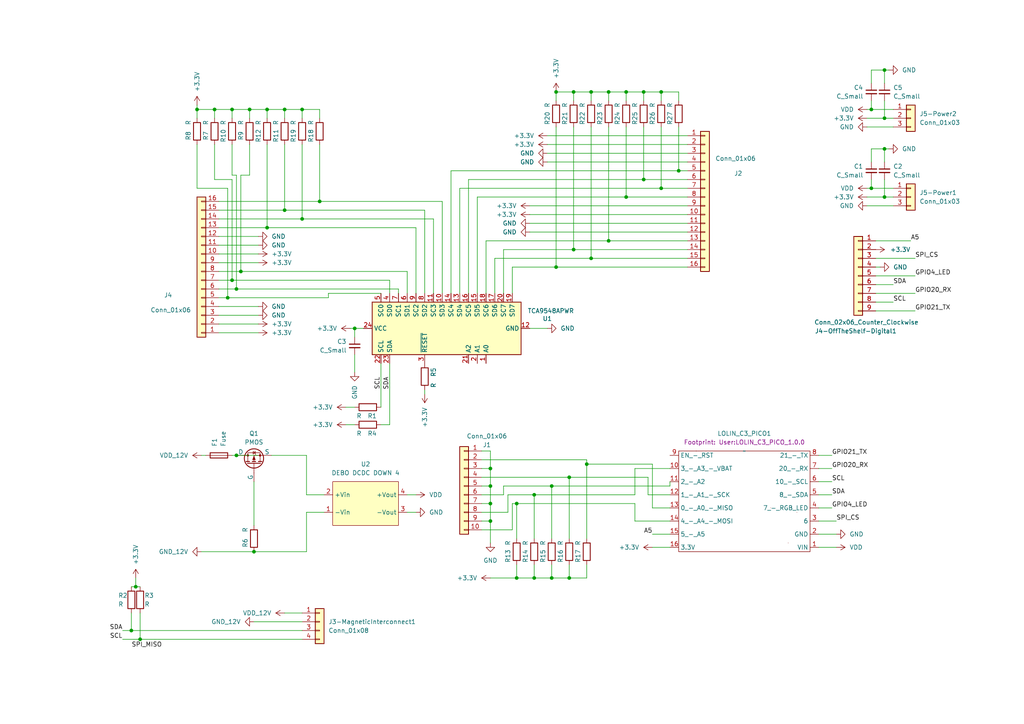
<source format=kicad_sch>
(kicad_sch (version 20231120) (generator "eeschema") (generator_version "8.0")
  (paper "A4")
  (lib_symbols
    (symbol "Connector_Generic:Conn_01x03" (pin_names (offset 1.016) hide)
      (property "Reference" "J" (at 0 5.08 0))
      (property "Value" "Conn_01x03" (at 0 -5.08 0))
      (symbol "Conn_01x03_1_1"
        (rectangle (start -1.27 -2.413) (end 0 -2.667) (stroke (width 0.1524)))
        (rectangle (start -1.27 0.127) (end 0 -0.127) (stroke (width 0.1524)))
        (rectangle (start -1.27 2.667) (end 0 2.413) (stroke (width 0.1524)))
        (rectangle (start -1.27 3.81) (end 1.27 -3.81) (stroke (width 0.254)) (fill (type background)))
        (pin passive line (at -5.08 2.54 0) (length 3.81) (name "Pin_1") (number "1"))
        (pin passive line (at -5.08 0 0) (length 3.81) (name "Pin_2") (number "2"))
        (pin passive line (at -5.08 -2.54 0) (length 3.81) (name "Pin_3") (number "3"))
      )
    )
    (symbol "Connector_Generic:Conn_01x04" (pin_names (offset 1.016) hide)
      (property "Reference" "J" (at 0 5.08 0))
      (property "Value" "Conn_01x04" (at 0 -7.62 0))
      (symbol "Conn_01x04_1_1"
        (rectangle (start -1.27 -4.953) (end 0 -5.207) (stroke (width 0.1524)))
        (rectangle (start -1.27 -2.413) (end 0 -2.667) (stroke (width 0.1524)))
        (rectangle (start -1.27 0.127) (end 0 -0.127) (stroke (width 0.1524)))
        (rectangle (start -1.27 2.667) (end 0 2.413) (stroke (width 0.1524)))
        (rectangle (start -1.27 3.81) (end 1.27 -6.35) (stroke (width 0.254)) (fill (type background)))
        (pin passive line (at -5.08 2.54 0) (length 3.81) (name "Pin_1") (number "1"))
        (pin passive line (at -5.08 0 0) (length 3.81) (name "Pin_2") (number "2"))
        (pin passive line (at -5.08 -2.54 0) (length 3.81) (name "Pin_3") (number "3"))
        (pin passive line (at -5.08 -5.08 0) (length 3.81) (name "Pin_4") (number "4"))
      )
    )
    (symbol "Connector_Generic:Conn_01x09" (pin_names (offset 1.016) hide)
      (property "Reference" "J" (at 0 12.7 0))
      (property "Value" "Conn_01x09" (at 0 -12.7 0))
      (symbol "Conn_01x09_1_1"
        (rectangle (start -1.27 -10.033) (end 0 -10.287) (stroke (width 0.1524)))
        (rectangle (start -1.27 -7.493) (end 0 -7.747) (stroke (width 0.1524)))
        (rectangle (start -1.27 -4.953) (end 0 -5.207) (stroke (width 0.1524)))
        (rectangle (start -1.27 -2.413) (end 0 -2.667) (stroke (width 0.1524)))
        (rectangle (start -1.27 0.127) (end 0 -0.127) (stroke (width 0.1524)))
        (rectangle (start -1.27 2.667) (end 0 2.413) (stroke (width 0.1524)))
        (rectangle (start -1.27 5.207) (end 0 4.953) (stroke (width 0.1524)))
        (rectangle (start -1.27 7.747) (end 0 7.493) (stroke (width 0.1524)))
        (rectangle (start -1.27 10.287) (end 0 10.033) (stroke (width 0.1524)))
        (rectangle (start -1.27 11.43) (end 1.27 -11.43) (stroke (width 0.254)) (fill (type background)))
        (pin passive line (at -5.08 10.16 0) (length 3.81) (name "Pin_1") (number "1"))
        (pin passive line (at -5.08 7.62 0) (length 3.81) (name "Pin_2") (number "2"))
        (pin passive line (at -5.08 5.08 0) (length 3.81) (name "Pin_3") (number "3"))
        (pin passive line (at -5.08 2.54 0) (length 3.81) (name "Pin_4") (number "4"))
        (pin passive line (at -5.08 0 0) (length 3.81) (name "Pin_5") (number "5"))
        (pin passive line (at -5.08 -2.54 0) (length 3.81) (name "Pin_6") (number "6"))
        (pin passive line (at -5.08 -5.08 0) (length 3.81) (name "Pin_7") (number "7"))
        (pin passive line (at -5.08 -7.62 0) (length 3.81) (name "Pin_8") (number "8"))
        (pin passive line (at -5.08 -10.16 0) (length 3.81) (name "Pin_9") (number "9"))
      )
    )
    (symbol "Connector_Generic:Conn_01x10" (pin_names (offset 1.016) hide)
      (property "Reference" "J" (at 0 12.7 0))
      (property "Value" "Conn_01x10" (at 0 -15.24 0))
      (symbol "Conn_01x10_1_1"
        (rectangle (start -1.27 -12.573) (end 0 -12.827) (stroke (width 0.1524)))
        (rectangle (start -1.27 -10.033) (end 0 -10.287) (stroke (width 0.1524)))
        (rectangle (start -1.27 -7.493) (end 0 -7.747) (stroke (width 0.1524)))
        (rectangle (start -1.27 -4.953) (end 0 -5.207) (stroke (width 0.1524)))
        (rectangle (start -1.27 -2.413) (end 0 -2.667) (stroke (width 0.1524)))
        (rectangle (start -1.27 0.127) (end 0 -0.127) (stroke (width 0.1524)))
        (rectangle (start -1.27 2.667) (end 0 2.413) (stroke (width 0.1524)))
        (rectangle (start -1.27 5.207) (end 0 4.953) (stroke (width 0.1524)))
        (rectangle (start -1.27 7.747) (end 0 7.493) (stroke (width 0.1524)))
        (rectangle (start -1.27 10.287) (end 0 10.033) (stroke (width 0.1524)))
        (rectangle (start -1.27 11.43) (end 1.27 -13.97) (stroke (width 0.254)) (fill (type background)))
        (pin passive line (at -5.08 10.16 0) (length 3.81) (name "Pin_1") (number "1"))
        (pin passive line (at -5.08 -12.7 0) (length 3.81) (name "Pin_10") (number "10"))
        (pin passive line (at -5.08 7.62 0) (length 3.81) (name "Pin_2") (number "2"))
        (pin passive line (at -5.08 5.08 0) (length 3.81) (name "Pin_3") (number "3"))
        (pin passive line (at -5.08 2.54 0) (length 3.81) (name "Pin_4") (number "4"))
        (pin passive line (at -5.08 0 0) (length 3.81) (name "Pin_5") (number "5"))
        (pin passive line (at -5.08 -2.54 0) (length 3.81) (name "Pin_6") (number "6"))
        (pin passive line (at -5.08 -5.08 0) (length 3.81) (name "Pin_7") (number "7"))
        (pin passive line (at -5.08 -7.62 0) (length 3.81) (name "Pin_8") (number "8"))
        (pin passive line (at -5.08 -10.16 0) (length 3.81) (name "Pin_9") (number "9"))
      )
    )
    (symbol "Connector_Generic:Conn_01x16" (pin_names (offset 1.016) hide)
      (property "Reference" "J" (at 0 20.32 0))
      (property "Value" "Conn_01x16" (at 0 -22.86 0))
      (symbol "Conn_01x16_1_1"
        (rectangle (start -1.27 -20.193) (end 0 -20.447) (stroke (width 0.1524)))
        (rectangle (start -1.27 -17.653) (end 0 -17.907) (stroke (width 0.1524)))
        (rectangle (start -1.27 -15.113) (end 0 -15.367) (stroke (width 0.1524)))
        (rectangle (start -1.27 -12.573) (end 0 -12.827) (stroke (width 0.1524)))
        (rectangle (start -1.27 -10.033) (end 0 -10.287) (stroke (width 0.1524)))
        (rectangle (start -1.27 -7.493) (end 0 -7.747) (stroke (width 0.1524)))
        (rectangle (start -1.27 -4.953) (end 0 -5.207) (stroke (width 0.1524)))
        (rectangle (start -1.27 -2.413) (end 0 -2.667) (stroke (width 0.1524)))
        (rectangle (start -1.27 0.127) (end 0 -0.127) (stroke (width 0.1524)))
        (rectangle (start -1.27 2.667) (end 0 2.413) (stroke (width 0.1524)))
        (rectangle (start -1.27 5.207) (end 0 4.953) (stroke (width 0.1524)))
        (rectangle (start -1.27 7.747) (end 0 7.493) (stroke (width 0.1524)))
        (rectangle (start -1.27 10.287) (end 0 10.033) (stroke (width 0.1524)))
        (rectangle (start -1.27 12.827) (end 0 12.573) (stroke (width 0.1524)))
        (rectangle (start -1.27 15.367) (end 0 15.113) (stroke (width 0.1524)))
        (rectangle (start -1.27 17.907) (end 0 17.653) (stroke (width 0.1524)))
        (rectangle (start -1.27 19.05) (end 1.27 -21.59) (stroke (width 0.254)) (fill (type background)))
        (pin passive line (at -5.08 17.78 0) (length 3.81) (name "Pin_1") (number "1"))
        (pin passive line (at -5.08 -5.08 0) (length 3.81) (name "Pin_10") (number "10"))
        (pin passive line (at -5.08 -7.62 0) (length 3.81) (name "Pin_11") (number "11"))
        (pin passive line (at -5.08 -10.16 0) (length 3.81) (name "Pin_12") (number "12"))
        (pin passive line (at -5.08 -12.7 0) (length 3.81) (name "Pin_13") (number "13"))
        (pin passive line (at -5.08 -15.24 0) (length 3.81) (name "Pin_14") (number "14"))
        (pin passive line (at -5.08 -17.78 0) (length 3.81) (name "Pin_15") (number "15"))
        (pin passive line (at -5.08 -20.32 0) (length 3.81) (name "Pin_16") (number "16"))
        (pin passive line (at -5.08 15.24 0) (length 3.81) (name "Pin_2") (number "2"))
        (pin passive line (at -5.08 12.7 0) (length 3.81) (name "Pin_3") (number "3"))
        (pin passive line (at -5.08 10.16 0) (length 3.81) (name "Pin_4") (number "4"))
        (pin passive line (at -5.08 7.62 0) (length 3.81) (name "Pin_5") (number "5"))
        (pin passive line (at -5.08 5.08 0) (length 3.81) (name "Pin_6") (number "6"))
        (pin passive line (at -5.08 2.54 0) (length 3.81) (name "Pin_7") (number "7"))
        (pin passive line (at -5.08 0 0) (length 3.81) (name "Pin_8") (number "8"))
        (pin passive line (at -5.08 -2.54 0) (length 3.81) (name "Pin_9") (number "9"))
      )
    )
    (symbol "Device:C_Small" (pin_numbers hide) (pin_names (offset 0.254) hide)
      (property "Reference" "C" (at 0.254 1.778 0))
      (property "Value" "C_Small" (at 0.254 -2.032 0))
      (symbol "C_Small_0_1"
        (polyline (pts (xy -1.524 -0.508) (xy 1.524 -0.508)) (stroke (width 0.3302)))
        (polyline (pts (xy -1.524 0.508) (xy 1.524 0.508)) (stroke (width 0.3048)))
      )
      (symbol "C_Small_1_1"
        (pin passive line (at 0 2.54 270) (length 2.032) (name "~") (number "1"))
        (pin passive line (at 0 -2.54 90) (length 2.032) (name "~") (number "2"))
      )
    )
    (symbol "Device:Fuse" (pin_numbers hide) (pin_names (offset 0))
      (property "Reference" "F" (at 2.032 0 90))
      (property "Value" "Fuse" (at -1.905 0 90))
      (symbol "Fuse_0_1"
        (rectangle (start -0.762 -2.54) (end 0.762 2.54) (stroke (width 0.254)))
        (polyline (pts (xy 0 2.54) (xy 0 -2.54)))
      )
      (symbol "Fuse_1_1"
        (pin passive line (at 0 3.81 270) (length 1.27) (name "~") (number "1"))
        (pin passive line (at 0 -3.81 90) (length 1.27) (name "~") (number "2"))
      )
    )
    (symbol "Device:R" (pin_numbers hide) (pin_names (offset 0))
      (property "Reference" "R" (at 2.032 0 90))
      (property "Value" "R" (at 0 0 90))
      (symbol "R_0_1"
        (rectangle (start -1.016 -2.54) (end 1.016 2.54) (stroke (width 0.254)))
      )
      (symbol "R_1_1"
        (pin passive line (at 0 3.81 270) (length 1.27) (name "~") (number "1"))
        (pin passive line (at 0 -3.81 90) (length 1.27) (name "~") (number "2"))
      )
    )
    (symbol "Interface_Expansion:TCA9548APWR"
      (property "Reference" "U" (at -7.62 21.59 0))
      (property "Value" "TCA9548APWR" (at 1.016 21.59 0))
      (symbol "TCA9548APWR_0_1"
        (rectangle (start -7.62 20.32) (end 7.62 -22.86) (stroke (width 0.254)) (fill (type background)))
      )
      (symbol "TCA9548APWR_1_1"
        (pin input line (at -10.16 -12.7 0) (length 2.54) (name "A0") (number "1"))
        (pin bidirectional line (at 10.16 0 180) (length 2.54) (name "SD3") (number "10"))
        (pin output line (at 10.16 2.54 180) (length 2.54) (name "SC3") (number "11"))
        (pin power_in line (at 0 -25.4 90) (length 2.54) (name "GND") (number "12"))
        (pin bidirectional line (at 10.16 -5.08 180) (length 2.54) (name "SD4") (number "13"))
        (pin output line (at 10.16 -2.54 180) (length 2.54) (name "SC4") (number "14"))
        (pin bidirectional line (at 10.16 -10.16 180) (length 2.54) (name "SD5") (number "15"))
        (pin output line (at 10.16 -7.62 180) (length 2.54) (name "SC5") (number "16"))
        (pin bidirectional line (at 10.16 -15.24 180) (length 2.54) (name "SD6") (number "17"))
        (pin output line (at 10.16 -12.7 180) (length 2.54) (name "SC6") (number "18"))
        (pin bidirectional line (at 10.16 -20.32 180) (length 2.54) (name "SD7") (number "19"))
        (pin input line (at -10.16 -10.16 0) (length 2.54) (name "A1") (number "2"))
        (pin output line (at 10.16 -17.78 180) (length 2.54) (name "SC7") (number "20"))
        (pin input line (at -10.16 -7.62 0) (length 2.54) (name "A2") (number "21"))
        (pin input line (at -10.16 17.78 0) (length 2.54) (name "SCL") (number "22"))
        (pin bidirectional line (at -10.16 15.24 0) (length 2.54) (name "SDA") (number "23"))
        (pin power_in line (at 0 22.86 270) (length 2.54) (name "VCC") (number "24"))
        (pin input line (at -10.16 5.08 0) (length 2.54) (name "~{RESET}") (number "3"))
        (pin bidirectional line (at 10.16 15.24 180) (length 2.54) (name "SD0") (number "4"))
        (pin output line (at 10.16 17.78 180) (length 2.54) (name "SC0") (number "5"))
        (pin bidirectional line (at 10.16 10.16 180) (length 2.54) (name "SD1") (number "6"))
        (pin output line (at 10.16 12.7 180) (length 2.54) (name "SC1") (number "7"))
        (pin bidirectional line (at 10.16 5.08 180) (length 2.54) (name "SD2") (number "8"))
        (pin output line (at 10.16 7.62 180) (length 2.54) (name "SC2") (number "9"))
      )
    )
    (symbol "Simulation_SPICE:PMOS" (pin_numbers hide) (pin_names (offset 0))
      (property "Reference" "Q" (at 5.08 1.27 0))
      (property "Value" "PMOS" (at 5.08 -1.27 0))
      (symbol "PMOS_0_1"
        (polyline (pts (xy 0.254 0) (xy -2.54 0)))
        (polyline (pts (xy 0.254 1.905) (xy 0.254 -1.905)) (stroke (width 0.254)))
        (polyline (pts (xy 0.762 -1.27) (xy 0.762 -2.286)) (stroke (width 0.254)))
        (polyline (pts (xy 0.762 0.508) (xy 0.762 -0.508)) (stroke (width 0.254)))
        (polyline (pts (xy 0.762 2.286) (xy 0.762 1.27)) (stroke (width 0.254)))
        (polyline (pts (xy 2.54 2.54) (xy 2.54 1.778)))
        (polyline (pts (xy 2.54 -2.54) (xy 2.54 0) (xy 0.762 0)))
        (polyline (pts (xy 0.762 1.778) (xy 3.302 1.778) (xy 3.302 -1.778) (xy 0.762 -1.778)))
        (polyline (pts (xy 2.286 0) (xy 1.27 0.381) (xy 1.27 -0.381) (xy 2.286 0)) (fill (type outline)))
        (polyline (pts (xy 2.794 -0.508) (xy 2.921 -0.381) (xy 3.683 -0.381) (xy 3.81 -0.254)))
        (polyline (pts (xy 3.302 -0.381) (xy 2.921 0.254) (xy 3.683 0.254) (xy 3.302 -0.381)))
        (circle (center 1.651 0) (radius 2.794) (stroke (width 0.254)))
        (circle (center 2.54 -1.778) (radius 0.254) (fill (type outline)))
        (circle (center 2.54 1.778) (radius 0.254) (fill (type outline)))
      )
      (symbol "PMOS_1_1"
        (pin passive line (at 2.54 5.08 270) (length 2.54) (name "D") (number "1"))
        (pin input line (at -5.08 0 0) (length 2.54) (name "G") (number "2"))
        (pin passive line (at 2.54 -5.08 90) (length 2.54) (name "S") (number "3"))
      )
    )
    (symbol "UserDefined:LOLIN_C3_PICO_1.0.0"
      (property "Reference" "LOLIN_C3_PICO" (at 0 2.54 0))
      (property "Footprint" "User:LOLIN_C3_PICO_1.0.0" (at 0 -30.48 0) (show_name))
      (symbol "LOLIN_C3_PICO_1.0.0_0_1"
        (rectangle (start -19.05 0) (end 19.05 -29.21))
        (rectangle (start -13.97 0) (end -13.97 0))
        (rectangle (start 7.62 -16.51) (end 7.62 -16.51))
        (rectangle (start 12.7 -26.67) (end 12.7 -26.67))
        (rectangle (start 15.24 -17.78) (end 15.24 -17.78))
      )
      (symbol "LOLIN_C3_PICO_1.0.0_1_1"
        (pin power_in line (at 21.59 -27.94 180) (length 2.54) (name "VIN") (number "1"))
        (pin bidirectional line (at -21.59 -5.08 0) (length 2.54) (name "3_-_A3_-_VBAT") (number "10"))
        (pin bidirectional line (at -21.59 -8.89 0) (length 2.54) (name "2_-_A2") (number "11"))
        (pin bidirectional line (at -21.59 -12.7 0) (length 2.54) (name "1_-_A1_-_SCK") (number "12"))
        (pin bidirectional line (at -21.59 -16.51 0) (length 2.54) (name "0_-_A0_-_MISO") (number "13"))
        (pin bidirectional line (at -21.59 -20.32 0) (length 2.54) (name "4_-_A4_-_MOSI") (number "14"))
        (pin bidirectional line (at -21.59 -24.13 0) (length 2.54) (name "5_-_A5") (number "15"))
        (pin power_in line (at -21.59 -27.94 0) (length 2.54) (name "3.3V") (number "16"))
        (pin power_out line (at 21.59 -24.13 180) (length 2.54) (name "GND") (number "2"))
        (pin bidirectional line (at 21.59 -20.32 180) (length 2.54) (name "6") (number "3"))
        (pin bidirectional line (at 21.59 -16.51 180) (length 2.54) (name "7_-_RGB_LED") (number "4"))
        (pin bidirectional line (at 21.59 -12.7 180) (length 2.54) (name "8_-_SDA") (number "5"))
        (pin bidirectional line (at 21.59 -8.89 180) (length 2.54) (name "10_-_SCL") (number "6"))
        (pin input line (at 21.59 -5.08 180) (length 2.54) (name "20_-_RX") (number "7"))
        (pin output line (at 21.59 -1.27 180) (length 2.54) (name "21_-_TX") (number "8"))
        (pin input line (at -21.59 -1.27 0) (length 2.54) (name "EN_-_RST") (number "9"))
      )
    )
    (symbol "buck_convertor:DEBO_DCDC_DOWN_4"
      (property "Reference" "U" (at -30.226 16.002 0))
      (property "Value" "DEBO DCDC DOWN 4" (at -29.718 13.97 0))
      (symbol "DEBO_DCDC_DOWN_4_1_1"
        (rectangle (start -39.37 12.7) (end -20.32 0) (fill (type background)))
        (pin input line (at -41.91 3.81 0) (length 2.54) (name "-Vin") (number "1"))
        (pin input line (at -41.91 8.89 0) (length 2.54) (name "+Vin") (number "2"))
        (pin output line (at -17.78 3.81 180) (length 2.54) (name "-Vout") (number "3"))
        (pin output line (at -17.78 8.89 180) (length 2.54) (name "+Vout") (number "4"))
      )
    )
    (symbol "power:+3.3V" (power) (pin_names (offset 0))
      (property "Value" "+3.3V" (at 0 3.556 0))
      (symbol "+3.3V_0_1"
        (polyline (pts (xy -0.762 1.27) (xy 0 2.54)))
        (polyline (pts (xy 0 0) (xy 0 2.54)))
        (polyline (pts (xy 0 2.54) (xy 0.762 1.27)))
      )
      (symbol "+3.3V_1_1"
        (pin power_in line (at 0 0 90) (length 0) hide (name "+3.3V") (number "1"))
      )
    )
    (symbol "power:GND" (power) (pin_names (offset 0))
      (property "Value" "GND" (at 0 -3.81 0))
      (symbol "GND_0_1"
        (polyline (pts (xy 0 0) (xy 0 -1.27) (xy 1.27 -1.27) (xy 0 -2.54) (xy -1.27 -1.27) (xy 0 -1.27)))
      )
      (symbol "GND_1_1"
        (pin power_in line (at 0 0 270) (length 0) hide (name "GND") (number "1"))
      )
    )
    (symbol "power:VDD" (power) (pin_names (offset 0))
      (property "Value" "VDD" (at 0 3.81 0))
      (symbol "VDD_0_1"
        (polyline (pts (xy -0.762 1.27) (xy 0 2.54)))
        (polyline (pts (xy 0 0) (xy 0 2.54)))
        (polyline (pts (xy 0 2.54) (xy 0.762 1.27)))
      )
      (symbol "VDD_1_1"
        (pin power_in line (at 0 0 90) (length 0) hide (name "VDD") (number "1"))
      )
    )
  )
  (junction (at 142.24 151.13))
  (junction (at 68.58 83.82))
  (junction (at 166.37 26.67))
  (junction (at 256.54 20.32))
  (junction (at 39.37 170.18))
  (junction (at 142.24 140.97))
  (junction (at 102.87 95.25))
  (junction (at 171.45 26.67))
  (junction (at 87.63 31.75))
  (junction (at 171.45 74.93))
  (junction (at 73.66 160.02))
  (junction (at 186.69 52.07))
  (junction (at 191.77 26.67))
  (junction (at 77.47 31.75))
  (junction (at 67.31 31.75))
  (junction (at 170.18 134.62))
  (junction (at 181.61 57.15))
  (junction (at 196.85 49.53))
  (junction (at 149.86 167.64))
  (junction (at 256.54 57.15))
  (junction (at 191.77 54.61))
  (junction (at 87.63 63.5))
  (junction (at 252.73 54.61))
  (junction (at 38.1 182.88))
  (junction (at 256.54 43.18))
  (junction (at 165.1 167.64))
  (junction (at 77.47 66.04))
  (junction (at 256.54 34.29))
  (junction (at 166.37 72.39))
  (junction (at 154.94 167.64))
  (junction (at 57.15 31.75))
  (junction (at 72.39 31.75))
  (junction (at 68.58 132.08))
  (junction (at 161.29 26.67))
  (junction (at 92.71 58.42))
  (junction (at 142.24 146.05))
  (junction (at 67.31 81.28))
  (junction (at 181.61 26.67))
  (junction (at 161.29 77.47))
  (junction (at 160.02 167.64))
  (junction (at 40.64 185.42))
  (junction (at 149.86 146.05))
  (junction (at 62.23 31.75))
  (junction (at 69.85 78.74))
  (junction (at 165.1 138.43))
  (junction (at 176.53 69.85))
  (junction (at 176.53 26.67))
  (junction (at 160.02 140.97))
  (junction (at 252.73 31.75))
  (junction (at 82.55 60.96))
  (junction (at 186.69 26.67))
  (junction (at 82.55 31.75))
  (junction (at 154.94 143.51))
  (junction (at 142.24 135.89))
  (junction (at 66.04 86.36))
  (wire (pts (xy 189.23 158.75) (xy 194.31 158.75)))
  (wire (pts (xy 39.37 170.18) (xy 40.64 170.18)))
  (wire (pts (xy 87.63 41.91) (xy 87.63 63.5)))
  (wire (pts (xy 139.7 151.13) (xy 142.24 151.13)))
  (wire (pts (xy 102.87 95.25) (xy 105.41 95.25)))
  (wire (pts (xy 191.77 54.61) (xy 133.35 54.61)))
  (wire (pts (xy 199.39 77.47) (xy 161.29 77.47)))
  (wire (pts (xy 255.27 77.47) (xy 254 77.47)))
  (wire (pts (xy 256.54 20.32) (xy 257.81 20.32)))
  (wire (pts (xy 118.11 148.59) (xy 120.65 148.59)))
  (wire (pts (xy 149.86 146.05) (xy 149.86 156.21)))
  (wire (pts (xy 118.11 78.74) (xy 118.11 85.09)))
  (wire (pts (xy 63.5 78.74) (xy 69.85 78.74)))
  (wire (pts (xy 68.58 50.8) (xy 68.58 83.82)))
  (wire (pts (xy 87.63 31.75) (xy 87.63 34.29)))
  (wire (pts (xy 189.23 154.94) (xy 194.31 154.94)))
  (wire (pts (xy 161.29 36.83) (xy 161.29 77.47)))
  (wire (pts (xy 146.05 140.97) (xy 160.02 140.97)))
  (wire (pts (xy 139.7 140.97) (xy 142.24 140.97)))
  (wire (pts (xy 199.39 57.15) (xy 181.61 57.15)))
  (wire (pts (xy 256.54 34.29) (xy 259.08 34.29)))
  (wire (pts (xy 63.5 91.44) (xy 74.93 91.44)))
  (wire (pts (xy 73.66 180.34) (xy 87.63 180.34)))
  (wire (pts (xy 139.7 146.05) (xy 142.24 146.05)))
  (wire (pts (xy 153.67 59.69) (xy 199.39 59.69)))
  (wire (pts (xy 142.24 140.97) (xy 142.24 146.05)))
  (wire (pts (xy 189.23 147.32) (xy 189.23 134.62)))
  (wire (pts (xy 68.58 83.82) (xy 115.57 83.82)))
  (wire (pts (xy 251.46 36.83) (xy 259.08 36.83)))
  (wire (pts (xy 139.7 130.81) (xy 142.24 130.81)))
  (wire (pts (xy 72.39 31.75) (xy 72.39 34.29)))
  (wire (pts (xy 67.31 50.8) (xy 68.58 50.8)))
  (wire (pts (xy 256.54 29.21) (xy 256.54 34.29)))
  (wire (pts (xy 63.5 81.28) (xy 67.31 81.28)))
  (wire (pts (xy 158.75 41.91) (xy 199.39 41.91)))
  (wire (pts (xy 40.64 177.8) (xy 40.64 185.42)))
  (wire (pts (xy 154.94 143.51) (xy 154.94 156.21)))
  (wire (pts (xy 139.7 138.43) (xy 165.1 138.43)))
  (wire (pts (xy 139.7 153.67) (xy 148.59 153.67)))
  (wire (pts (xy 184.15 143.51) (xy 154.94 143.51)))
  (wire (pts (xy 170.18 134.62) (xy 170.18 156.21)))
  (wire (pts (xy 115.57 83.82) (xy 115.57 85.09)))
  (wire (pts (xy 142.24 130.81) (xy 142.24 135.89)))
  (wire (pts (xy 77.47 31.75) (xy 77.47 34.29)))
  (wire (pts (xy 62.23 31.75) (xy 62.23 34.29)))
  (wire (pts (xy 149.86 167.64) (xy 154.94 167.64)))
  (wire (pts (xy 146.05 143.51) (xy 146.05 140.97)))
  (wire (pts (xy 254 82.55) (xy 259.08 82.55)))
  (wire (pts (xy 102.87 102.87) (xy 102.87 107.95)))
  (wire (pts (xy 196.85 36.83) (xy 196.85 49.53)))
  (wire (pts (xy 252.73 43.18) (xy 256.54 43.18)))
  (wire (pts (xy 254 74.93) (xy 265.43 74.93)))
  (wire (pts (xy 92.71 58.42) (xy 128.27 58.42)))
  (wire (pts (xy 63.5 63.5) (xy 87.63 63.5)))
  (wire (pts (xy 160.02 167.64) (xy 165.1 167.64)))
  (wire (pts (xy 256.54 52.07) (xy 256.54 57.15)))
  (wire (pts (xy 194.31 143.51) (xy 187.96 143.51)))
  (wire (pts (xy 87.63 31.75) (xy 92.71 31.75)))
  (wire (pts (xy 251.46 57.15) (xy 256.54 57.15)))
  (wire (pts (xy 77.47 41.91) (xy 77.47 66.04)))
  (wire (pts (xy 58.42 132.08) (xy 59.69 132.08)))
  (wire (pts (xy 254 90.17) (xy 265.43 90.17)))
  (wire (pts (xy 160.02 140.97) (xy 160.02 156.21)))
  (wire (pts (xy 237.49 132.08) (xy 241.3 132.08)))
  (wire (pts (xy 186.69 26.67) (xy 186.69 29.21)))
  (wire (pts (xy 196.85 26.67) (xy 196.85 29.21)))
  (wire (pts (xy 161.29 26.67) (xy 161.29 29.21)))
  (wire (pts (xy 110.49 123.19) (xy 113.03 123.19)))
  (wire (pts (xy 77.47 66.04) (xy 120.65 66.04)))
  (wire (pts (xy 166.37 72.39) (xy 146.05 72.39)))
  (wire (pts (xy 67.31 81.28) (xy 113.03 81.28)))
  (wire (pts (xy 171.45 74.93) (xy 199.39 74.93)))
  (wire (pts (xy 101.6 95.25) (xy 102.87 95.25)))
  (wire (pts (xy 176.53 26.67) (xy 181.61 26.67)))
  (wire (pts (xy 252.73 46.99) (xy 252.73 43.18)))
  (wire (pts (xy 62.23 31.75) (xy 67.31 31.75)))
  (wire (pts (xy 148.59 77.47) (xy 148.59 85.09)))
  (wire (pts (xy 237.49 154.94) (xy 242.57 154.94)))
  (wire (pts (xy 147.32 148.59) (xy 147.32 143.51)))
  (wire (pts (xy 191.77 26.67) (xy 196.85 26.67)))
  (wire (pts (xy 58.42 160.02) (xy 73.66 160.02)))
  (wire (pts (xy 256.54 43.18) (xy 256.54 46.99)))
  (wire (pts (xy 69.85 78.74) (xy 118.11 78.74)))
  (wire (pts (xy 161.29 77.47) (xy 148.59 77.47)))
  (wire (pts (xy 140.97 69.85) (xy 140.97 85.09)))
  (wire (pts (xy 171.45 26.67) (xy 171.45 29.21)))
  (wire (pts (xy 95.25 85.09) (xy 110.49 85.09)))
  (wire (pts (xy 143.51 85.09) (xy 143.51 74.93)))
  (wire (pts (xy 88.9 148.59) (xy 88.9 160.02)))
  (wire (pts (xy 38.1 182.88) (xy 87.63 182.88)))
  (wire (pts (xy 196.85 49.53) (xy 199.39 49.53)))
  (wire (pts (xy 120.65 66.04) (xy 120.65 85.09)))
  (wire (pts (xy 35.56 185.42) (xy 40.64 185.42)))
  (wire (pts (xy 186.69 26.67) (xy 191.77 26.67)))
  (wire (pts (xy 199.39 54.61) (xy 191.77 54.61)))
  (wire (pts (xy 66.04 54.61) (xy 66.04 86.36)))
  (wire (pts (xy 165.1 138.43) (xy 187.96 138.43)))
  (wire (pts (xy 67.31 132.08) (xy 68.58 132.08)))
  (wire (pts (xy 181.61 57.15) (xy 138.43 57.15)))
  (wire (pts (xy 254 85.09) (xy 265.43 85.09)))
  (wire (pts (xy 184.15 151.13) (xy 194.31 151.13)))
  (wire (pts (xy 39.37 167.64) (xy 39.37 170.18)))
  (wire (pts (xy 128.27 58.42) (xy 128.27 85.09)))
  (wire (pts (xy 160.02 140.97) (xy 194.31 140.97)))
  (wire (pts (xy 74.93 132.08) (xy 68.58 132.08)))
  (wire (pts (xy 251.46 31.75) (xy 252.73 31.75)))
  (wire (pts (xy 191.77 36.83) (xy 191.77 54.61)))
  (wire (pts (xy 181.61 36.83) (xy 181.61 57.15)))
  (wire (pts (xy 176.53 69.85) (xy 140.97 69.85)))
  (wire (pts (xy 199.39 72.39) (xy 166.37 72.39)))
  (wire (pts (xy 118.11 143.51) (xy 120.65 143.51)))
  (wire (pts (xy 87.63 177.8) (xy 82.55 177.8)))
  (wire (pts (xy 87.63 63.5) (xy 125.73 63.5)))
  (wire (pts (xy 73.66 160.02) (xy 88.9 160.02)))
  (wire (pts (xy 138.43 57.15) (xy 138.43 85.09)))
  (wire (pts (xy 63.5 76.2) (xy 74.93 76.2)))
  (wire (pts (xy 237.49 151.13) (xy 242.57 151.13)))
  (wire (pts (xy 57.15 54.61) (xy 66.04 54.61)))
  (wire (pts (xy 170.18 163.83) (xy 170.18 167.64)))
  (wire (pts (xy 181.61 26.67) (xy 186.69 26.67)))
  (wire (pts (xy 102.87 95.25) (xy 102.87 97.79)))
  (wire (pts (xy 171.45 26.67) (xy 176.53 26.67)))
  (wire (pts (xy 251.46 59.69) (xy 259.08 59.69)))
  (wire (pts (xy 63.5 68.58) (xy 74.93 68.58)))
  (wire (pts (xy 142.24 146.05) (xy 142.24 151.13)))
  (wire (pts (xy 142.24 151.13) (xy 142.24 157.48)))
  (wire (pts (xy 160.02 163.83) (xy 160.02 167.64)))
  (wire (pts (xy 184.15 135.89) (xy 184.15 143.51)))
  (wire (pts (xy 252.73 24.13) (xy 252.73 20.32)))
  (wire (pts (xy 139.7 148.59) (xy 147.32 148.59)))
  (wire (pts (xy 165.1 163.83) (xy 165.1 167.64)))
  (wire (pts (xy 158.75 39.37) (xy 199.39 39.37)))
  (wire (pts (xy 181.61 26.67) (xy 181.61 29.21)))
  (wire (pts (xy 252.73 52.07) (xy 252.73 54.61)))
  (wire (pts (xy 251.46 34.29) (xy 256.54 34.29)))
  (wire (pts (xy 130.81 85.09) (xy 130.81 49.53)))
  (wire (pts (xy 237.49 135.89) (xy 241.3 135.89)))
  (wire (pts (xy 171.45 36.83) (xy 171.45 74.93)))
  (wire (pts (xy 62.23 41.91) (xy 62.23 52.07)))
  (wire (pts (xy 63.5 66.04) (xy 77.47 66.04)))
  (wire (pts (xy 57.15 31.75) (xy 57.15 34.29)))
  (wire (pts (xy 252.73 31.75) (xy 259.08 31.75)))
  (wire (pts (xy 148.59 153.67) (xy 148.59 146.05)))
  (wire (pts (xy 72.39 41.91) (xy 72.39 50.8)))
  (wire (pts (xy 125.73 63.5) (xy 125.73 85.09)))
  (wire (pts (xy 199.39 69.85) (xy 176.53 69.85)))
  (wire (pts (xy 35.56 182.88) (xy 38.1 182.88)))
  (wire (pts (xy 149.86 163.83) (xy 149.86 167.64)))
  (wire (pts (xy 63.5 58.42) (xy 92.71 58.42)))
  (wire (pts (xy 67.31 31.75) (xy 72.39 31.75)))
  (wire (pts (xy 154.94 167.64) (xy 160.02 167.64)))
  (wire (pts (xy 256.54 43.18) (xy 257.81 43.18)))
  (wire (pts (xy 77.47 31.75) (xy 82.55 31.75)))
  (wire (pts (xy 139.7 133.35) (xy 170.18 133.35)))
  (wire (pts (xy 142.24 167.64) (xy 149.86 167.64)))
  (wire (pts (xy 139.7 135.89) (xy 142.24 135.89)))
  (wire (pts (xy 251.46 54.61) (xy 252.73 54.61)))
  (wire (pts (xy 57.15 30.48) (xy 57.15 31.75)))
  (wire (pts (xy 63.5 88.9) (xy 74.93 88.9)))
  (wire (pts (xy 38.1 170.18) (xy 39.37 170.18)))
  (wire (pts (xy 67.31 41.91) (xy 67.31 50.8)))
  (wire (pts (xy 148.59 146.05) (xy 149.86 146.05)))
  (wire (pts (xy 194.31 140.97) (xy 194.31 139.7)))
  (wire (pts (xy 95.25 86.36) (xy 95.25 85.09)))
  (wire (pts (xy 100.33 118.11) (xy 102.87 118.11)))
  (wire (pts (xy 123.19 113.03) (xy 123.19 114.3)))
  (wire (pts (xy 78.74 132.08) (xy 88.9 132.08)))
  (wire (pts (xy 191.77 26.67) (xy 191.77 29.21)))
  (wire (pts (xy 176.53 26.67) (xy 176.53 29.21)))
  (wire (pts (xy 161.29 26.67) (xy 166.37 26.67)))
  (wire (pts (xy 63.5 86.36) (xy 66.04 86.36)))
  (wire (pts (xy 63.5 96.52) (xy 74.93 96.52)))
  (wire (pts (xy 237.49 158.75) (xy 242.57 158.75)))
  (wire (pts (xy 146.05 72.39) (xy 146.05 85.09)))
  (wire (pts (xy 63.5 73.66) (xy 74.93 73.66)))
  (wire (pts (xy 149.86 146.05) (xy 184.15 146.05)))
  (wire (pts (xy 153.67 67.31) (xy 199.39 67.31)))
  (wire (pts (xy 88.9 132.08) (xy 88.9 143.51)))
  (wire (pts (xy 57.15 41.91) (xy 57.15 54.61)))
  (wire (pts (xy 147.32 143.51) (xy 154.94 143.51)))
  (wire (pts (xy 237.49 147.32) (xy 241.3 147.32)))
  (wire (pts (xy 166.37 36.83) (xy 166.37 72.39)))
  (wire (pts (xy 252.73 29.21) (xy 252.73 31.75)))
  (wire (pts (xy 133.35 54.61) (xy 133.35 85.09)))
  (wire (pts (xy 63.5 60.96) (xy 82.55 60.96)))
  (wire (pts (xy 237.49 139.7) (xy 241.3 139.7)))
  (wire (pts (xy 194.31 135.89) (xy 184.15 135.89)))
  (wire (pts (xy 72.39 31.75) (xy 77.47 31.75)))
  (wire (pts (xy 143.51 74.93) (xy 171.45 74.93)))
  (wire (pts (xy 142.24 135.89) (xy 142.24 140.97)))
  (wire (pts (xy 82.55 41.91) (xy 82.55 60.96)))
  (wire (pts (xy 254 69.85) (xy 264.16 69.85)))
  (wire (pts (xy 123.19 60.96) (xy 123.19 85.09)))
  (wire (pts (xy 153.67 62.23) (xy 199.39 62.23)))
  (wire (pts (xy 187.96 143.51) (xy 187.96 138.43)))
  (wire (pts (xy 92.71 41.91) (xy 92.71 58.42)))
  (wire (pts (xy 186.69 52.07) (xy 135.89 52.07)))
  (wire (pts (xy 158.75 46.99) (xy 199.39 46.99)))
  (wire (pts (xy 82.55 31.75) (xy 87.63 31.75)))
  (wire (pts (xy 153.67 64.77) (xy 199.39 64.77)))
  (wire (pts (xy 68.58 83.82) (xy 63.5 83.82)))
  (wire (pts (xy 154.94 163.83) (xy 154.94 167.64)))
  (wire (pts (xy 254 80.01) (xy 265.43 80.01)))
  (wire (pts (xy 139.7 143.51) (xy 146.05 143.51)))
  (wire (pts (xy 110.49 105.41) (xy 110.49 118.11)))
  (wire (pts (xy 252.73 20.32) (xy 256.54 20.32)))
  (wire (pts (xy 170.18 134.62) (xy 189.23 134.62)))
  (wire (pts (xy 92.71 31.75) (xy 92.71 34.29)))
  (wire (pts (xy 113.03 105.41) (xy 113.03 123.19)))
  (wire (pts (xy 252.73 54.61) (xy 259.08 54.61)))
  (wire (pts (xy 73.66 139.7) (xy 73.66 152.4)))
  (wire (pts (xy 166.37 26.67) (xy 171.45 26.67)))
  (wire (pts (xy 176.53 36.83) (xy 176.53 69.85)))
  (wire (pts (xy 166.37 26.67) (xy 166.37 29.21)))
  (wire (pts (xy 67.31 52.07) (xy 67.31 81.28)))
  (wire (pts (xy 184.15 146.05) (xy 184.15 151.13)))
  (wire (pts (xy 256.54 20.32) (xy 256.54 24.13)))
  (wire (pts (xy 72.39 50.8) (xy 69.85 50.8)))
  (wire (pts (xy 67.31 31.75) (xy 67.31 34.29)))
  (wire (pts (xy 153.67 95.25) (xy 158.75 95.25)))
  (wire (pts (xy 170.18 133.35) (xy 170.18 134.62)))
  (wire (pts (xy 88.9 143.51) (xy 93.98 143.51)))
  (wire (pts (xy 165.1 138.43) (xy 165.1 156.21)))
  (wire (pts (xy 38.1 177.8) (xy 38.1 182.88)))
  (wire (pts (xy 62.23 52.07) (xy 67.31 52.07)))
  (wire (pts (xy 40.64 185.42) (xy 87.63 185.42)))
  (wire (pts (xy 63.5 93.98) (xy 74.93 93.98)))
  (wire (pts (xy 199.39 52.07) (xy 186.69 52.07)))
  (wire (pts (xy 82.55 31.75) (xy 82.55 34.29)))
  (wire (pts (xy 130.81 49.53) (xy 196.85 49.53)))
  (wire (pts (xy 69.85 50.8) (xy 69.85 78.74)))
  (wire (pts (xy 237.49 143.51) (xy 241.3 143.51)))
  (wire (pts (xy 82.55 60.96) (xy 123.19 60.96)))
  (wire (pts (xy 88.9 148.59) (xy 93.98 148.59)))
  (wire (pts (xy 100.33 123.19) (xy 102.87 123.19)))
  (wire (pts (xy 186.69 36.83) (xy 186.69 52.07)))
  (wire (pts (xy 113.03 81.28) (xy 113.03 85.09)))
  (wire (pts (xy 57.15 31.75) (xy 62.23 31.75)))
  (wire (pts (xy 66.04 86.36) (xy 95.25 86.36)))
  (wire (pts (xy 135.89 52.07) (xy 135.89 85.09)))
  (wire (pts (xy 165.1 167.64) (xy 170.18 167.64)))
  (wire (pts (xy 256.54 57.15) (xy 259.08 57.15)))
  (wire (pts (xy 63.5 71.12) (xy 74.93 71.12)))
  (wire (pts (xy 254 87.63) (xy 259.08 87.63)))
  (wire (pts (xy 194.31 147.32) (xy 189.23 147.32)))
  (wire (pts (xy 158.75 44.45) (xy 199.39 44.45)))
  (label "GPIO20_RX" (at 241.3 135.89 0))
  (label "GPIO4_LED" (at 241.3 147.32 0))
  (label "SCL" (at 259.08 87.63 0))
  (label "SDA" (at 35.56 182.88 180))
  (label "A5" (at 264.16 69.85 0))
  (label "SDA" (at 241.3 143.51 0))
  (label "A5" (at 189.23 154.94 180))
  (label "SCL" (at 241.3 139.7 0))
  (label "GPIO4_LED" (at 265.43 80.01 0))
  (label "SPI_CS" (at 242.57 151.13 0))
  (label "SPI_MISO" (at 46.99 187.96 180))
  (label "GPIO20_RX" (at 265.43 85.09 0))
  (label "SCL" (at 110.49 109.22 270))
  (label "SPI_CS" (at 265.43 74.93 0))
  (label "GPIO21_TX" (at 265.43 90.17 0))
  (label "SDA" (at 113.03 109.22 270))
  (label "SDA" (at 259.08 82.55 0))
  (label "GPIO21_TX" (at 241.3 132.08 0))
  (label "SCL" (at 35.56 185.42 180))
  (symbol (lib_id "UserDefined:LOLIN_C3_PICO_1.0.0") (at 215.9 130.81 0) (unit 1)
    (property "Reference" "LOLIN_C3_PICO1" (at 215.9 125.73 0))
    (property "Value" "~" (at 215.9 130.81 0))
    (property "Footprint" "User:LOLIN_C3_PICO_1.0.0" (at 215.9 128.27 0) (show_name yes))
    (property "Datasheet" "https://www.espressif.com/sites/default/files/documentation/esp32-c3_datasheet_en.pdf" (effects (hide yes)))
  )
  (symbol (lib_id "power:GND") (at 74.93 71.12 90) (mirror x) (unit 1)
    (property "Reference" "#PWR028" (effects (hide yes)))
    (property "Value" "GND" (at 78.74 71.1199 90) (effects (justify right)))
  )
  (symbol (lib_id "power:GND") (at 102.87 107.95 0) (unit 1)
    (property "Reference" "#PWR015" (effects (hide yes)))
    (property "Value" "GND" (at 102.87 111.76 90) (effects (justify right)))
  )
  (symbol (lib_id "Device:R") (at 106.68 123.19 90) (unit 1)
    (property "Reference" "R4" (at 107.95 125.73 90))
    (property "Value" "R" (at 104.14 125.73 90))
    (property "Footprint" "Resistor_SMD:R_0805_2012Metric_Pad1.20x1.40mm_HandSolder" (effects (hide yes)))
  )
  (symbol (lib_id "power:+3.3V") (at 74.93 93.98 270) (unit 1)
    (property "Reference" "#PWR031" (effects (hide yes)))
    (property "Value" "+3.3V" (at 78.74 93.98 90) (effects (justify left)))
  )
  (symbol (lib_id "power:+3.3V") (at 153.67 62.23 90) (unit 1)
    (property "Reference" "#PWR050" (effects (hide yes)))
    (property "Value" "+3.3V" (at 149.86 62.23 90) (effects (justify left)))
  )
  (symbol (lib_id "Device:R") (at 38.1 173.99 180) (unit 1)
    (property "Reference" "R2" (at 34.29 172.72 0) (effects (justify right)))
    (property "Value" "R" (at 34.29 175.26 0) (effects (justify right)))
    (property "Footprint" "Resistor_SMD:R_0805_2012Metric_Pad1.20x1.40mm_HandSolder" (effects (hide yes)))
  )
  (symbol (lib_id "Device:R") (at 166.37 33.02 0) (unit 1)
    (property "Reference" "R21" (at 163.83 34.29 90))
    (property "Value" "R" (at 163.83 30.48 90))
    (property "Footprint" "Resistor_SMD:R_0805_2012Metric_Pad1.20x1.40mm_HandSolder" (effects (hide yes)))
  )
  (symbol (lib_id "power:+3.3V") (at 100.33 118.11 90) (unit 1)
    (property "Reference" "#PWR016" (effects (hide yes)))
    (property "Value" "+3.3V" (at 96.52 118.11 90) (effects (justify left)))
  )
  (symbol (lib_id "power:GND") (at 257.81 20.32 90) (unit 1)
    (property "Reference" "#PWR026" (effects (hide yes)))
    (property "Value" "GND" (at 261.62 20.32 90) (effects (justify right)))
  )
  (symbol (lib_id "power:GND") (at 58.42 160.02 270) (unit 1)
    (property "Reference" "#PWR022" (effects (hide yes)))
    (property "Value" "GND_12V" (at 54.61 160.0199 90) (effects (justify right)))
  )
  (symbol (lib_id "power:+3.3V") (at 123.19 114.3 180) (unit 1)
    (property "Reference" "#PWR020" (effects (hide yes)))
    (property "Value" "+3.3V" (at 123.19 118.11 90) (effects (justify left)))
  )
  (symbol (lib_id "power:GND") (at 153.67 67.31 270) (unit 1)
    (property "Reference" "#PWR052" (effects (hide yes)))
    (property "Value" "GND" (at 149.86 67.3101 90) (effects (justify right)))
  )
  (symbol (lib_id "power:GND") (at 73.66 180.34 270) (unit 1)
    (property "Reference" "#PWR011" (effects (hide yes)))
    (property "Value" "GND_12V" (at 69.85 180.3399 90) (effects (justify right)))
  )
  (symbol (lib_id "Connector_Generic:Conn_01x16") (at 204.47 57.15 0) (unit 1)
    (property "Reference" "J2" (at 214.122 50.292 0))
    (property "Value" "Conn_01x06" (at 213.36 45.974 0))
    (property "Footprint" "Connector_PinHeader_2.54mm:PinHeader_1x16_P2.54mm_Vertical" (effects (hide yes)))
    (property "Description" "Generic connector, single row, 01x16, script generated (kicad-library-utils/schlib/autogen/connector/)" (effects (hide yes)))
  )
  (symbol (lib_id "Device:R") (at 106.68 118.11 90) (unit 1)
    (property "Reference" "R1" (at 107.95 120.65 90))
    (property "Value" "R" (at 104.14 120.65 90))
    (property "Footprint" "Resistor_SMD:R_0805_2012Metric_Pad1.20x1.40mm_HandSolder" (effects (hide yes)))
  )
  (symbol (lib_id "Device:R") (at 40.64 173.99 180) (unit 1)
    (property "Reference" "R3" (at 41.91 172.72 0) (effects (justify right)))
    (property "Value" "R" (at 41.91 175.26 0) (effects (justify right)))
    (property "Footprint" "Resistor_SMD:R_0805_2012Metric_Pad1.20x1.40mm_HandSolder" (effects (hide yes)))
  )
  (symbol (lib_id "Device:R") (at 181.61 33.02 0) (unit 1)
    (property "Reference" "R24" (at 179.07 34.29 90))
    (property "Value" "R" (at 179.07 30.48 90))
    (property "Footprint" "Resistor_SMD:R_0805_2012Metric_Pad1.20x1.40mm_HandSolder" (effects (hide yes)))
  )
  (symbol (lib_id "Device:R") (at 191.77 33.02 0) (unit 1)
    (property "Reference" "R26" (at 189.23 34.29 90))
    (property "Value" "R" (at 189.23 30.48 90))
    (property "Footprint" "Resistor_SMD:R_0805_2012Metric_Pad1.20x1.40mm_HandSolder" (effects (hide yes)))
  )
  (symbol (lib_id "Device:R") (at 176.53 33.02 0) (unit 1)
    (property "Reference" "R23" (at 173.99 34.29 90))
    (property "Value" "R" (at 173.99 30.48 90))
    (property "Footprint" "Resistor_SMD:R_0805_2012Metric_Pad1.20x1.40mm_HandSolder" (effects (hide yes)))
  )
  (symbol (lib_id "power:+3.3V") (at 251.46 34.29 90) (unit 1)
    (property "Reference" "#PWR024" (effects (hide yes)))
    (property "Value" "+3.3V" (at 247.65 34.29 90) (effects (justify left)))
  )
  (symbol (lib_id "power:VDD") (at 120.65 143.51 270) (unit 1)
    (property "Reference" "#PWR035" (effects (hide yes)))
    (property "Value" "VDD" (at 124.46 143.5099 90) (effects (justify left)))
  )
  (symbol (lib_id "Device:R") (at 77.47 38.1 0) (unit 1)
    (property "Reference" "R12" (at 74.93 39.37 90))
    (property "Value" "R" (at 74.93 35.56 90))
    (property "Footprint" "Resistor_SMD:R_0805_2012Metric_Pad1.20x1.40mm_HandSolder" (effects (hide yes)))
  )
  (symbol (lib_id "Device:R") (at 73.66 156.21 0) (unit 1)
    (property "Reference" "R6" (at 71.12 157.48 90))
    (property "Value" "R" (at 71.12 153.67 90))
    (property "Footprint" "Resistor_SMD:R_0805_2012Metric_Pad1.20x1.40mm_HandSolder" (effects (hide yes)))
  )
  (symbol (lib_id "power:+3.3V") (at 251.46 57.15 90) (unit 1)
    (property "Reference" "#PWR04" (effects (hide yes)))
    (property "Value" "+3.3V" (at 247.65 57.15 90) (effects (justify left)))
  )
  (symbol (lib_id "Device:R") (at 161.29 33.02 0) (unit 1)
    (property "Reference" "R20" (at 158.75 34.29 90))
    (property "Value" "R" (at 158.75 30.48 90))
    (property "Footprint" "Resistor_SMD:R_0805_2012Metric_Pad1.20x1.40mm_HandSolder" (effects (hide yes)))
  )
  (symbol (lib_id "Device:R") (at 123.19 109.22 180) (unit 1)
    (property "Reference" "R5" (at 125.73 107.95 90))
    (property "Value" "R" (at 125.73 111.76 90))
    (property "Footprint" "Resistor_SMD:R_0805_2012Metric_Pad1.20x1.40mm_HandSolder" (effects (hide yes)))
  )
  (symbol (lib_id "Device:R") (at 87.63 38.1 0) (unit 1)
    (property "Reference" "R19" (at 85.09 39.37 90))
    (property "Value" "R" (at 85.09 35.56 90))
    (property "Footprint" "Resistor_SMD:R_0805_2012Metric_Pad1.20x1.40mm_HandSolder" (effects (hide yes)))
  )
  (symbol (lib_id "power:GND") (at 255.27 77.47 90) (unit 1)
    (property "Reference" "#PWR03" (effects (hide yes)))
    (property "Value" "GND" (at 259.08 77.47 90) (effects (justify right)))
  )
  (symbol (lib_id "buck_convertor:DEBO_DCDC_DOWN_4") (at 135.89 152.4 0) (unit 1)
    (property "Reference" "U2" (at 106.045 134.62 0))
    (property "Value" "DEBO DCDC DOWN 4" (at 106.045 137.16 0))
    (property "Footprint" "DEBO DCDC DOWN 4:DEBO DCDC DOWN 4" (effects (hide yes)))
  )
  (symbol (lib_id "Device:C_Small") (at 256.54 26.67 0) (unit 1)
    (property "Reference" "C5" (at 259.08 25.4063 0) (effects (justify left)))
    (property "Value" "C_Small" (at 259.08 27.9463 0) (effects (justify left)))
    (property "Footprint" "Capacitor_SMD:C_0805_2012Metric_Pad1.18x1.45mm_HandSolder" (effects (hide yes)))
  )
  (symbol (lib_id "Device:R") (at 170.18 160.02 0) (unit 1)
    (property "Reference" "R17" (at 167.64 161.29 90))
    (property "Value" "R" (at 167.64 157.48 90))
    (property "Footprint" "Resistor_SMD:R_0805_2012Metric_Pad1.20x1.40mm_HandSolder" (effects (hide yes)))
  )
  (symbol (lib_id "power:+3.3V") (at 101.6 95.25 90) (unit 1)
    (property "Reference" "#PWR012" (effects (hide yes)))
    (property "Value" "+3.3V" (at 97.79 95.25 90) (effects (justify left)))
  )
  (symbol (lib_id "power:+3.3V") (at 158.75 41.91 90) (unit 1)
    (property "Reference" "#PWR047" (effects (hide yes)))
    (property "Value" "+3.3V" (at 154.94 41.91 90) (effects (justify left)))
  )
  (symbol (lib_id "power:+3.3V") (at 100.33 123.19 90) (unit 1)
    (property "Reference" "#PWR019" (effects (hide yes)))
    (property "Value" "+3.3V" (at 96.52 123.19 90) (effects (justify left)))
  )
  (symbol (lib_id "Connector_Generic:Conn_01x04") (at 92.71 180.34 0) (unit 1)
    (property "Reference" "J3-MagneticInterconnect1" (at 95.25 180.34 0) (effects (justify left)))
    (property "Value" "Conn_01x08" (at 95.25 182.88 0) (effects (justify left)))
    (property "Footprint" "Connector_JST:JST_VH_B4P-VH-B_1x04_P3.96mm_Vertical" (effects (hide yes)))
    (property "Description" "Generic connector, single row, 01x04, script generated (kicad-library-utils/schlib/autogen/connector/)" (effects (hide yes)))
  )
  (symbol (lib_id "power:GND") (at 153.67 64.77 270) (unit 1)
    (property "Reference" "#PWR051" (effects (hide yes)))
    (property "Value" "GND" (at 149.86 64.7701 90) (effects (justify right)))
  )
  (symbol (lib_id "Device:R") (at 67.31 38.1 0) (unit 1)
    (property "Reference" "R10" (at 64.77 39.37 90))
    (property "Value" "R" (at 64.77 35.56 90))
    (property "Footprint" "Resistor_SMD:R_0805_2012Metric_Pad1.20x1.40mm_HandSolder" (effects (hide yes)))
  )
  (symbol (lib_id "Simulation_SPICE:PMOS") (at 73.66 134.62 90) (unit 1)
    (property "Reference" "Q1" (at 73.66 125.73 90))
    (property "Value" "PMOS" (at 73.66 128.27 90))
    (property "Footprint" "Package_TO_SOT_SMD:SOT-23_Handsoldering" (effects (hide yes)))
    (property "Datasheet" "https://ngspice.sourceforge.io/docs/ngspice-html-manual/manual.xhtml#cha_MOSFETs" (effects (hide yes)))
    (property "Description" "P-MOSFET transistor, drain/source/gate" (effects (hide yes)))
    (property "Sim.Device" "PMOS" (effects (hide yes)))
    (property "Sim.Type" "VDMOS" (effects (hide yes)))
    (property "Sim.Pins" "1=D 2=G 3=S" (effects (hide yes)))
  )
  (symbol (lib_id "Device:C_Small") (at 256.54 49.53 0) (unit 1)
    (property "Reference" "C2" (at 259.08 48.2663 0) (effects (justify left)))
    (property "Value" "C_Small" (at 259.08 50.8063 0) (effects (justify left)))
    (property "Footprint" "Capacitor_SMD:C_0805_2012Metric_Pad1.18x1.45mm_HandSolder" (effects (hide yes)))
  )
  (symbol (lib_id "Device:R") (at 165.1 160.02 0) (unit 1)
    (property "Reference" "R16" (at 162.56 161.29 90))
    (property "Value" "R" (at 162.56 157.48 90))
    (property "Footprint" "Resistor_SMD:R_0805_2012Metric_Pad1.20x1.40mm_HandSolder" (effects (hide yes)))
  )
  (symbol (lib_id "power:GND") (at 158.75 95.25 90) (unit 1)
    (property "Reference" "#PWR013" (effects (hide yes)))
    (property "Value" "GND" (at 162.56 95.25 90) (effects (justify right)))
  )
  (symbol (lib_id "power:GND") (at 74.93 88.9 90) (unit 1)
    (property "Reference" "#PWR034" (effects (hide yes)))
    (property "Value" "GND" (at 78.74 88.8999 90) (effects (justify right)))
  )
  (symbol (lib_id "power:+3.3V") (at 161.29 26.67 0) (unit 1)
    (property "Reference" "#PWR053" (effects (hide yes)))
    (property "Value" "+3.3V" (at 161.29 22.86 90) (effects (justify left)))
  )
  (symbol (lib_id "power:VDD") (at 82.55 177.8 90) (unit 1)
    (property "Reference" "#PWR010" (effects (hide yes)))
    (property "Value" "VDD_12V" (at 78.74 177.7999 90) (effects (justify left)))
  )
  (symbol (lib_id "power:+3.3V") (at 142.24 167.64 90) (mirror x) (unit 1)
    (property "Reference" "#PWR018" (effects (hide yes)))
    (property "Value" "+3.3V" (at 138.43 167.64 90) (effects (justify left)))
  )
  (symbol (lib_id "Device:R") (at 154.94 160.02 0) (unit 1)
    (property "Reference" "R14" (at 152.4 161.29 90))
    (property "Value" "R" (at 152.4 157.48 90))
    (property "Footprint" "Resistor_SMD:R_0805_2012Metric_Pad1.20x1.40mm_HandSolder" (effects (hide yes)))
  )
  (symbol (lib_id "power:+3.3V") (at 74.93 96.52 270) (unit 1)
    (property "Reference" "#PWR032" (effects (hide yes)))
    (property "Value" "+3.3V" (at 78.74 96.52 90) (effects (justify left)))
  )
  (symbol (lib_id "Device:R") (at 82.55 38.1 0) (unit 1)
    (property "Reference" "R11" (at 80.01 39.37 90))
    (property "Value" "R" (at 80.01 35.56 90))
    (property "Footprint" "Resistor_SMD:R_0805_2012Metric_Pad1.20x1.40mm_HandSolder" (effects (hide yes)))
  )
  (symbol (lib_id "Connector_Generic:Conn_01x10") (at 134.62 140.97 0) (mirror y) (unit 1)
    (property "Reference" "J1" (at 141.224 129.032 0))
    (property "Value" "Conn_01x06" (at 141.224 126.492 0))
    (property "Footprint" "Connector_PinHeader_2.54mm:PinHeader_2x05_P2.54mm_Vertical" (effects (hide yes)))
    (property "Description" "Generic connector, single row, 01x10, script generated (kicad-library-utils/schlib/autogen/connector/)" (effects (hide yes)))
  )
  (symbol (lib_id "power:VDD") (at 242.57 158.75 270) (unit 1)
    (property "Reference" "#PWR05" (effects (hide yes)))
    (property "Value" "VDD" (at 246.38 158.75 90) (effects (justify left)))
  )
  (symbol (lib_id "power:+3.3V") (at 153.67 59.69 90) (unit 1)
    (property "Reference" "#PWR049" (effects (hide yes)))
    (property "Value" "+3.3V" (at 149.86 59.69 90) (effects (justify left)))
  )
  (symbol (lib_id "power:VDD") (at 251.46 54.61 90) (unit 1)
    (property "Reference" "#PWR07" (effects (hide yes)))
    (property "Value" "VDD" (at 247.65 54.61 90) (effects (justify left)))
  )
  (symbol (lib_id "power:+3.3V") (at 57.15 30.48 0) (unit 1)
    (property "Reference" "#PWR037" (effects (hide yes)))
    (property "Value" "+3.3V" (at 57.15 26.67 90) (effects (justify left)))
  )
  (symbol (lib_id "Device:R") (at 186.69 33.02 0) (unit 1)
    (property "Reference" "R25" (at 184.15 34.29 90))
    (property "Value" "R" (at 184.15 30.48 90))
    (property "Footprint" "Resistor_SMD:R_0805_2012Metric_Pad1.20x1.40mm_HandSolder" (effects (hide yes)))
  )
  (symbol (lib_id "Connector_Generic:Conn_01x03") (at 264.16 34.29 0) (unit 1)
    (property "Reference" "J5-Power2" (at 266.7 33.02 0) (effects (justify left)))
    (property "Value" "Conn_01x03" (at 266.7 35.56 0) (effects (justify left)))
    (property "Footprint" "Connector_PinSocket_2.54mm:PinSocket_1x03_P2.54mm_Vertical" (effects (hide yes)))
  )
  (symbol (lib_id "power:+3.3V") (at 189.23 158.75 90) (unit 1)
    (property "Reference" "#PWR01" (effects (hide yes)))
    (property "Value" "+3.3V" (at 185.42 158.75 90) (effects (justify left)))
  )
  (symbol (lib_id "Connector_Generic:Conn_01x09") (at 248.92 80.01 0) (mirror y) (unit 1)
    (property "Reference" "J4-OffTheShelf-Digital1" (at 260.096 96.012 0) (effects (justify left)))
    (property "Value" "Conn_02x06_Counter_Clockwise" (at 266.446 93.472 0) (effects (justify left)))
    (property "Footprint" "Connector_PinHeader_2.54mm:PinHeader_2x05_P2.54mm_Vertical" (effects (hide yes)))
    (property "Description" "Generic connector, single row, 01x09, script generated (kicad-library-utils/schlib/autogen/connector/)" (effects (hide yes)))
  )
  (symbol (lib_id "Device:R") (at 72.39 38.1 0) (unit 1)
    (property "Reference" "R9" (at 69.85 39.37 90))
    (property "Value" "R" (at 69.85 35.56 90))
    (property "Footprint" "Resistor_SMD:R_0805_2012Metric_Pad1.20x1.40mm_HandSolder" (effects (hide yes)))
  )
  (symbol (lib_id "Interface_Expansion:TCA9548APWR") (at 128.27 95.25 90) (unit 1)
    (property "Reference" "U1" (at 158.75 92.4244 90))
    (property "Value" "TCA9548APWR" (at 159.766 90.17 90))
    (property "Footprint" "Package_SO:TSSOP-24_4.4x7.8mm_P0.65mm" (effects (hide yes)))
    (property "Datasheet" "http://www.ti.com/lit/ds/symlink/tca9548a.pdf" (effects (hide yes)))
    (property "Description" "Low voltage 8-channel I2C switch with reset, TSSOP-24" (effects (hide yes)))
  )
  (symbol (lib_id "Device:C_Small") (at 252.73 26.67 0) (unit 1)
    (property "Reference" "C4" (at 247.65 25.4 0) (effects (justify left)))
    (property "Value" "C_Small" (at 242.57 27.94 0) (effects (justify left)))
    (property "Footprint" "Capacitor_SMD:C_0805_2012Metric_Pad1.18x1.45mm_HandSolder" (effects (hide yes)))
  )
  (symbol (lib_id "Connector_Generic:Conn_01x16") (at 58.42 78.74 180) (unit 1)
    (property "Reference" "J4" (at 48.768 85.598 0))
    (property "Value" "Conn_01x06" (at 49.53 89.916 0))
    (property "Footprint" "Connector_PinHeader_2.54mm:PinHeader_2x08_P2.54mm_Vertical" (effects (hide yes)))
    (property "Description" "Generic connector, single row, 01x16, script generated (kicad-library-utils/schlib/autogen/connector/)" (effects (hide yes)))
  )
  (symbol (lib_id "power:GND") (at 120.65 148.59 90) (unit 1)
    (property "Reference" "#PWR036" (effects (hide yes)))
    (property "Value" "GND" (at 124.46 148.5899 90) (effects (justify right)))
  )
  (symbol (lib_id "power:VDD") (at 251.46 31.75 90) (unit 1)
    (property "Reference" "#PWR023" (effects (hide yes)))
    (property "Value" "VDD" (at 247.65 31.75 90) (effects (justify left)))
  )
  (symbol (lib_id "power:GND") (at 251.46 59.69 270) (unit 1)
    (property "Reference" "#PWR06" (effects (hide yes)))
    (property "Value" "GND" (at 247.65 59.69 90) (effects (justify right)))
  )
  (symbol (lib_id "power:+3.3V") (at 254 72.39 270) (unit 1)
    (property "Reference" "#PWR09" (effects (hide yes)))
    (property "Value" "+3.3V" (at 258.1636 72.39 90) (effects (justify left)))
  )
  (symbol (lib_id "power:+3.3V") (at 74.93 76.2 270) (mirror x) (unit 1)
    (property "Reference" "#PWR030" (effects (hide yes)))
    (property "Value" "+3.3V" (at 78.74 76.2 90) (effects (justify left)))
  )
  (symbol (lib_id "Device:R") (at 62.23 38.1 0) (unit 1)
    (property "Reference" "R7" (at 59.69 39.37 90))
    (property "Value" "R" (at 59.69 35.56 90))
    (property "Footprint" "Resistor_SMD:R_0805_2012Metric_Pad1.20x1.40mm_HandSolder" (effects (hide yes)))
  )
  (symbol (lib_id "power:+3.3V") (at 74.93 73.66 270) (mirror x) (unit 1)
    (property "Reference" "#PWR029" (effects (hide yes)))
    (property "Value" "+3.3V" (at 78.74 73.66 90) (effects (justify left)))
  )
  (symbol (lib_id "power:+3.3V") (at 39.37 167.64 0) (unit 1)
    (property "Reference" "#PWR014" (effects (hide yes)))
    (property "Value" "+3.3V" (at 39.37 163.83 90) (effects (justify left)))
  )
  (symbol (lib_id "power:GND") (at 251.46 36.83 270) (unit 1)
    (property "Reference" "#PWR025" (effects (hide yes)))
    (property "Value" "GND" (at 247.65 36.83 90) (effects (justify right)))
  )
  (symbol (lib_id "Device:R") (at 171.45 33.02 0) (unit 1)
    (property "Reference" "R22" (at 168.91 34.29 90))
    (property "Value" "R" (at 168.91 30.48 90))
    (property "Footprint" "Resistor_SMD:R_0805_2012Metric_Pad1.20x1.40mm_HandSolder" (effects (hide yes)))
  )
  (symbol (lib_id "power:VDD") (at 58.42 132.08 90) (unit 1)
    (property "Reference" "#PWR021" (effects (hide yes)))
    (property "Value" "VDD_12V" (at 54.61 132.08 90) (effects (justify left)))
  )
  (symbol (lib_id "power:GND") (at 142.24 157.48 0) (unit 1)
    (property "Reference" "#PWR08" (effects (hide yes)))
    (property "Value" "GND" (at 142.24 162.56 0))
  )
  (symbol (lib_id "Connector_Generic:Conn_01x03") (at 264.16 57.15 0) (unit 1)
    (property "Reference" "J5-Power1" (at 266.7 55.88 0) (effects (justify left)))
    (property "Value" "Conn_01x03" (at 266.7 58.42 0) (effects (justify left)))
    (property "Footprint" "Connector_PinSocket_2.54mm:PinSocket_1x03_P2.54mm_Vertical" (effects (hide yes)))
  )
  (symbol (lib_id "Device:R") (at 149.86 160.02 0) (unit 1)
    (property "Reference" "R13" (at 147.32 161.29 90))
    (property "Value" "R" (at 147.32 157.48 90))
    (property "Footprint" "Resistor_SMD:R_0805_2012Metric_Pad1.20x1.40mm_HandSolder" (effects (hide yes)))
  )
  (symbol (lib_id "Device:R") (at 92.71 38.1 0) (unit 1)
    (property "Reference" "R18" (at 90.17 39.37 90))
    (property "Value" "R" (at 90.17 35.56 90))
    (property "Footprint" "Resistor_SMD:R_0805_2012Metric_Pad1.20x1.40mm_HandSolder" (effects (hide yes)))
  )
  (symbol (lib_id "power:+3.3V") (at 158.75 39.37 90) (unit 1)
    (property "Reference" "#PWR048" (effects (hide yes)))
    (property "Value" "+3.3V" (at 154.94 39.37 90) (effects (justify left)))
  )
  (symbol (lib_id "Device:C_Small") (at 252.73 49.53 0) (unit 1)
    (property "Reference" "C1" (at 247.65 48.26 0) (effects (justify left)))
    (property "Value" "C_Small" (at 242.57 50.8 0) (effects (justify left)))
    (property "Footprint" "Capacitor_SMD:C_0805_2012Metric_Pad1.18x1.45mm_HandSolder" (effects (hide yes)))
  )
  (symbol (lib_id "Device:R") (at 57.15 38.1 0) (unit 1)
    (property "Reference" "R8" (at 54.61 39.37 90))
    (property "Value" "R" (at 54.61 35.56 90))
    (property "Footprint" "Resistor_SMD:R_0805_2012Metric_Pad1.20x1.40mm_HandSolder" (effects (hide yes)))
  )
  (symbol (lib_id "Device:R") (at 196.85 33.02 0) (unit 1)
    (property "Reference" "R27" (at 194.31 34.29 90))
    (property "Value" "R" (at 194.31 30.48 90))
    (property "Footprint" "Resistor_SMD:R_0805_2012Metric_Pad1.20x1.40mm_HandSolder" (effects (hide yes)))
  )
  (symbol (lib_id "Device:C_Small") (at 102.87 100.33 0) (unit 1)
    (property "Reference" "C3" (at 97.79 99.06 0) (effects (justify left)))
    (property "Value" "C_Small" (at 92.71 101.6 0) (effects (justify left)))
    (property "Footprint" "Capacitor_SMD:C_0805_2012Metric_Pad1.18x1.45mm_HandSolder" (effects (hide yes)))
  )
  (symbol (lib_id "power:GND") (at 158.75 46.99 270) (unit 1)
    (property "Reference" "#PWR045" (effects (hide yes)))
    (property "Value" "GND" (at 154.94 46.9901 90) (effects (justify right)))
  )
  (symbol (lib_id "Device:R") (at 160.02 160.02 0) (unit 1)
    (property "Reference" "R15" (at 157.48 161.29 90))
    (property "Value" "R" (at 157.48 157.48 90))
    (property "Footprint" "Resistor_SMD:R_0805_2012Metric_Pad1.20x1.40mm_HandSolder" (effects (hide yes)))
  )
  (symbol (lib_id "power:GND") (at 74.93 68.58 90) (mirror x) (unit 1)
    (property "Reference" "#PWR027" (effects (hide yes)))
    (property "Value" "GND" (at 78.74 68.5799 90) (effects (justify right)))
  )
  (symbol (lib_id "power:GND") (at 257.81 43.18 90) (unit 1)
    (property "Reference" "#PWR017" (effects (hide yes)))
    (property "Value" "GND" (at 261.62 43.18 90) (effects (justify right)))
  )
  (symbol (lib_id "power:GND") (at 158.75 44.45 270) (unit 1)
    (property "Reference" "#PWR046" (effects (hide yes)))
    (property "Value" "GND" (at 154.94 44.4501 90) (effects (justify right)))
  )
  (symbol (lib_id "power:GND") (at 242.57 154.94 90) (unit 1)
    (property "Reference" "#PWR02" (effects (hide yes)))
    (property "Value" "GND" (at 246.38 154.94 90) (effects (justify right)))
  )
  (symbol (lib_id "Device:Fuse") (at 63.5 132.08 90) (unit 1)
    (property "Reference" "F1" (at 62.2299 129.54 0) (effects (justify left)))
    (property "Value" "Fuse" (at 64.7699 129.54 0) (effects (justify left)))
    (property "Footprint" "Fuse:Fuse_0402_1005Metric" (effects (hide yes)))
    (property "Description" "Fuse" (effects (hide yes)))
  )
  (symbol (lib_id "power:GND") (at 74.93 91.44 90) (unit 1)
    (property "Reference" "#PWR033" (effects (hide yes)))
    (property "Value" "GND" (at 78.74 91.4399 90) (effects (justify right)))
  )
)
</source>
